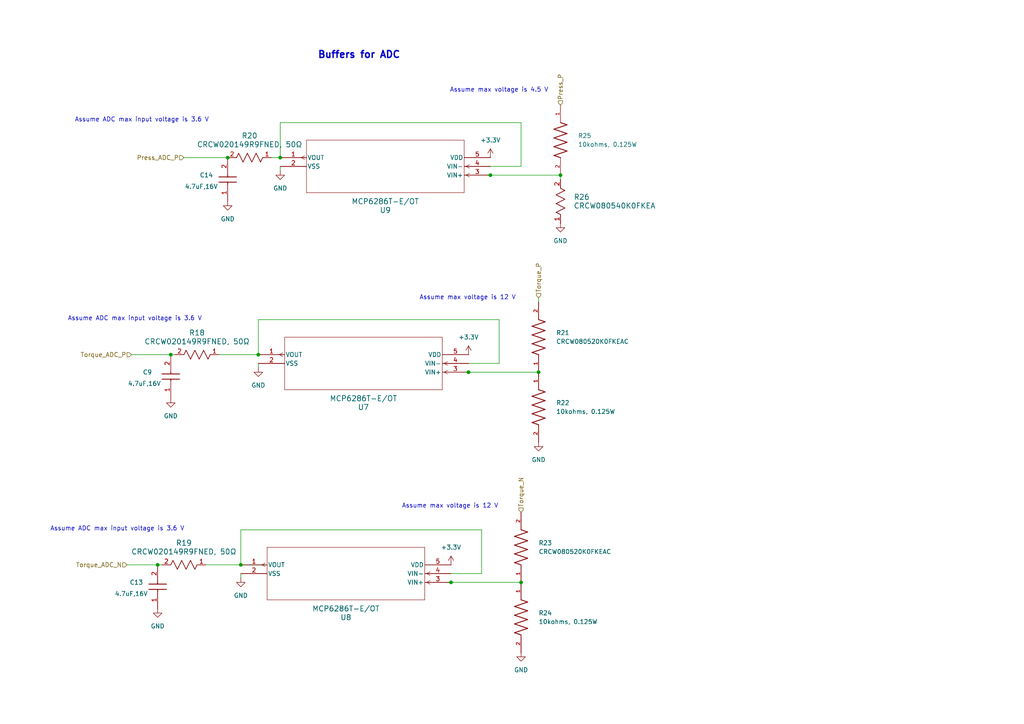
<source format=kicad_sch>
(kicad_sch (version 20231120) (generator "eeschema") (generator_version "8.0")
  (paper "A4")
  (lib_symbols
    (symbol "SMV_Custom:C0805C475K4RACTU" (pin_names hide)
      (property "Reference" "C" (at 5.334 4.572 0))
      (property "Value" "4.7uF,16V" (at 8.89 3.81 0))
      (symbol "C0805C475K4RACTU_1_1"
        (polyline (pts (xy 5.08 0) (xy 5.588 0)) (stroke (width 0.254)))
        (polyline (pts (xy 5.588 2.54) (xy 5.588 -2.54)) (stroke (width 0.254)))
        (polyline (pts (xy 7.112 0) (xy 7.62 0)) (stroke (width 0.254)))
        (polyline (pts (xy 7.112 2.54) (xy 7.112 -2.54)) (stroke (width 0.254)))
        (pin passive line (at 0 0 0) (length 5.08) (name "1") (number "1"))
        (pin passive line (at 12.7 0 180) (length 5.08) (name "2") (number "2"))
      )
    )
    (symbol "SMV_Custom:CRCW020149R9FNED" (pin_names (offset 0.254))
      (property "Reference" "R" (at 5.715 3.81 0))
      (property "Value" "CRCW020149R9FNED, 50Ω" (at 6.35 -3.81 0))
      (symbol "CRCW020149R9FNED_1_1"
        (polyline (pts (xy 2.54 0) (xy 3.175 1.27)) (stroke (width 0.2032)))
        (polyline (pts (xy 3.175 1.27) (xy 4.445 -1.27)) (stroke (width 0.2032)))
        (polyline (pts (xy 4.445 -1.27) (xy 5.715 1.27)) (stroke (width 0.2032)))
        (polyline (pts (xy 5.715 1.27) (xy 6.985 -1.27)) (stroke (width 0.2032)))
        (polyline (pts (xy 6.985 -1.27) (xy 8.255 1.27)) (stroke (width 0.2032)))
        (polyline (pts (xy 8.255 1.27) (xy 9.525 -1.27)) (stroke (width 0.2032)))
        (polyline (pts (xy 9.525 -1.27) (xy 10.16 0)) (stroke (width 0.2032)))
        (pin passive line (at 12.7 0 180) (length 2.54) (name "") (number "1"))
        (pin passive line (at 0 0 0) (length 2.54) (name "") (number "2"))
      )
      (symbol "CRCW020149R9FNED_1_2"
        (polyline (pts (xy -1.27 3.175) (xy 1.27 4.445)) (stroke (width 0.2032)))
        (polyline (pts (xy -1.27 5.715) (xy 1.27 6.985)) (stroke (width 0.2032)))
        (polyline (pts (xy -1.27 8.255) (xy 1.27 9.525)) (stroke (width 0.2032)))
        (polyline (pts (xy 0 2.54) (xy -1.27 3.175)) (stroke (width 0.2032)))
        (polyline (pts (xy 1.27 4.445) (xy -1.27 5.715)) (stroke (width 0.2032)))
        (polyline (pts (xy 1.27 6.985) (xy -1.27 8.255)) (stroke (width 0.2032)))
        (polyline (pts (xy 1.27 9.525) (xy 0 10.16)) (stroke (width 0.2032)))
        (pin unspecified line (at 0 12.7 270) (length 2.54) (name "") (number "1"))
        (pin unspecified line (at 0 0 90) (length 2.54) (name "") (number "2"))
      )
    )
    (symbol "SMV_Custom:CRCW080510K0FKEAC" (pin_names (offset 1.016))
      (property "Reference" "R" (at -0.508 3.81 0))
      (property "Value" "10kohms, 0.125W" (at -7.63 -5.0866 0))
      (symbol "CRCW080510K0FKEAC_0_0"
        (polyline (pts (xy -5.08 0) (xy -4.445 1.905)) (stroke (width 0.254)))
        (polyline (pts (xy -4.445 1.905) (xy -3.175 -1.905)) (stroke (width 0.254)))
        (polyline (pts (xy -3.175 -1.905) (xy -1.905 1.905)) (stroke (width 0.254)))
        (polyline (pts (xy -1.905 1.905) (xy -0.635 -1.905)) (stroke (width 0.254)))
        (polyline (pts (xy -0.635 -1.905) (xy 0.635 1.905)) (stroke (width 0.254)))
        (polyline (pts (xy 0.635 1.905) (xy 1.905 -1.905)) (stroke (width 0.254)))
        (polyline (pts (xy 1.905 -1.905) (xy 3.175 1.905)) (stroke (width 0.254)))
        (polyline (pts (xy 3.175 1.905) (xy 4.445 -1.905)) (stroke (width 0.254)))
        (polyline (pts (xy 4.445 -1.905) (xy 5.08 0)) (stroke (width 0.254)))
        (pin passive line (at -10.16 0 0) (length 5.08) (name "~") (number "1"))
        (pin passive line (at 10.16 0 180) (length 5.08) (name "~") (number "2"))
      )
    )
    (symbol "SMV_Custom:CRCW080520K0FKEAC" (pin_names (offset 1.016))
      (property "Reference" "R" (at -7.6244 2.5415 0))
      (property "Value" "CRCW080520K0FKEAC" (at -7.63 -5.0866 0))
      (symbol "CRCW080520K0FKEAC_0_0"
        (polyline (pts (xy -5.08 0) (xy -4.445 1.905)) (stroke (width 0.254)))
        (polyline (pts (xy -4.445 1.905) (xy -3.175 -1.905)) (stroke (width 0.254)))
        (polyline (pts (xy -3.175 -1.905) (xy -1.905 1.905)) (stroke (width 0.254)))
        (polyline (pts (xy -1.905 1.905) (xy -0.635 -1.905)) (stroke (width 0.254)))
        (polyline (pts (xy -0.635 -1.905) (xy 0.635 1.905)) (stroke (width 0.254)))
        (polyline (pts (xy 0.635 1.905) (xy 1.905 -1.905)) (stroke (width 0.254)))
        (polyline (pts (xy 1.905 -1.905) (xy 3.175 1.905)) (stroke (width 0.254)))
        (polyline (pts (xy 3.175 1.905) (xy 4.445 -1.905)) (stroke (width 0.254)))
        (polyline (pts (xy 4.445 -1.905) (xy 5.08 0)) (stroke (width 0.254)))
        (pin passive line (at -10.16 0 0) (length 5.08) (name "~") (number "1"))
        (pin passive line (at 10.16 0 180) (length 5.08) (name "~") (number "2"))
      )
    )
    (symbol "SMV_Custom:CRCW080540K0FKEA" (pin_names (offset 0.254))
      (property "Reference" "R" (at 5.715 3.81 0))
      (property "Value" "CRCW080540K0FKEA" (at 6.35 -3.81 0))
      (symbol "CRCW080540K0FKEA_0_1"
        (polyline (pts (xy 2.54 0) (xy 3.175 1.27)) (stroke (width 0.2032)))
        (polyline (pts (xy 3.175 1.27) (xy 4.445 -1.27)) (stroke (width 0.2032)))
        (polyline (pts (xy 4.445 -1.27) (xy 5.715 1.27)) (stroke (width 0.2032)))
        (polyline (pts (xy 5.715 1.27) (xy 6.985 -1.27)) (stroke (width 0.2032)))
        (polyline (pts (xy 6.985 -1.27) (xy 8.255 1.27)) (stroke (width 0.2032)))
        (polyline (pts (xy 8.255 1.27) (xy 9.525 -1.27)) (stroke (width 0.2032)))
        (polyline (pts (xy 9.525 -1.27) (xy 10.16 0)) (stroke (width 0.2032)))
        (pin unspecified line (at 0 0 0) (length 2.54) (name "") (number "1"))
        (pin unspecified line (at 12.7 0 180) (length 2.54) (name "") (number "2"))
      )
    )
    (symbol "SMV_Custom:MCP6286T-E_OT" (pin_names (offset 0.254))
      (property "Reference" "U" (at 30.48 10.16 0))
      (property "Value" "MCP6286T-E/OT" (at 30.48 7.62 0))
      (symbol "MCP6286T-E_OT_0_1"
        (polyline (pts (xy 7.0993 -0.5207) (xy 6.0579 0)) (stroke (width 0.127)))
        (polyline (pts (xy 7.0993 0.5207) (xy 6.0579 0)) (stroke (width 0.127)))
        (polyline (pts (xy 7.62 -10.16) (xy 53.34 -10.16)) (stroke (width 0.127)))
        (polyline (pts (xy 7.62 5.08) (xy 7.62 -10.16)) (stroke (width 0.127)))
        (polyline (pts (xy 53.34 -10.16) (xy 53.34 5.08)) (stroke (width 0.127)))
        (polyline (pts (xy 53.34 5.08) (xy 7.62 5.08)) (stroke (width 0.127)))
        (polyline (pts (xy 53.8607 -5.08) (xy 54.9021 -5.6007)) (stroke (width 0.127)))
        (polyline (pts (xy 53.8607 -5.08) (xy 54.9021 -4.5593)) (stroke (width 0.127)))
        (polyline (pts (xy 53.8607 -2.54) (xy 54.9021 -3.0607)) (stroke (width 0.127)))
        (polyline (pts (xy 53.8607 -2.54) (xy 54.9021 -2.0193)) (stroke (width 0.127)))
        (pin output line (at 0 0 0) (length 7.62) (name "VOUT") (number "1"))
        (pin power_in line (at 0 -2.54 0) (length 7.62) (name "VSS") (number "2"))
        (pin input line (at 60.96 -5.08 180) (length 7.62) (name "VIN+") (number "3"))
        (pin input line (at 60.96 -2.54 180) (length 7.62) (name "VIN-") (number "4"))
        (pin power_in line (at 60.96 0 180) (length 7.62) (name "VDD") (number "5"))
      )
    )
    (symbol "power:GND" (power) (pin_numbers hide) (pin_names (offset 0) hide)
      (property "Value" "GND" (at 0 -3.81 0))
      (symbol "GND_0_1"
        (polyline (pts (xy 0 0) (xy 0 -1.27) (xy 1.27 -1.27) (xy 0 -2.54) (xy -1.27 -1.27) (xy 0 -1.27)))
      )
      (symbol "GND_1_1"
        (pin power_in line (at 0 0 270) (length 0) (name "~") (number "1"))
      )
    )
    (symbol "power:VDD" (power) (pin_numbers hide) (pin_names (offset 0) hide)
      (property "Value" "VDD" (at 0 3.556 0))
      (symbol "VDD_0_1"
        (polyline (pts (xy -0.762 1.27) (xy 0 2.54)))
        (polyline (pts (xy 0 0) (xy 0 2.54)))
        (polyline (pts (xy 0 2.54) (xy 0.762 1.27)))
      )
      (symbol "VDD_1_1"
        (pin power_in line (at 0 0 90) (length 0) (name "~") (number "1"))
      )
    )
  )
  (junction (at 81.28 45.72))
  (junction (at 156.21 107.95))
  (junction (at 66.04 45.72))
  (junction (at 130.81 168.91))
  (junction (at 162.56 50.8))
  (junction (at 151.13 168.91))
  (junction (at 45.72 163.83))
  (junction (at 69.85 163.83))
  (junction (at 74.93 102.87))
  (junction (at 49.53 102.87))
  (junction (at 142.24 50.8))
  (junction (at 135.89 107.95))
  (wire (pts (xy 151.13 48.26) (xy 151.13 35.56)))
  (wire (pts (xy 156.21 86.36) (xy 156.21 87.63)))
  (wire (pts (xy 69.85 167.64) (xy 69.85 166.37)))
  (wire (pts (xy 135.89 105.41) (xy 144.78 105.41)))
  (wire (pts (xy 63.5 102.87) (xy 74.93 102.87)))
  (wire (pts (xy 134.62 107.95) (xy 135.89 107.95)))
  (wire (pts (xy 69.85 163.83) (xy 77.47 163.83)))
  (wire (pts (xy 151.13 35.56) (xy 81.28 35.56)))
  (wire (pts (xy 78.74 45.72) (xy 81.28 45.72)))
  (wire (pts (xy 74.93 92.71) (xy 74.93 102.87)))
  (wire (pts (xy 53.34 45.72) (xy 66.04 45.72)))
  (wire (pts (xy 38.1 102.87) (xy 49.53 102.87)))
  (wire (pts (xy 144.78 92.71) (xy 74.93 92.71)))
  (wire (pts (xy 140.97 50.8) (xy 142.24 50.8)))
  (wire (pts (xy 142.24 48.26) (xy 151.13 48.26)))
  (wire (pts (xy 129.54 168.91) (xy 130.81 168.91)))
  (wire (pts (xy 49.53 102.87) (xy 50.8 102.87)))
  (wire (pts (xy 135.89 107.95) (xy 156.21 107.95)))
  (wire (pts (xy 142.24 50.8) (xy 162.56 50.8)))
  (wire (pts (xy 69.85 153.67) (xy 69.85 163.83)))
  (wire (pts (xy 139.7 166.37) (xy 139.7 153.67)))
  (wire (pts (xy 59.69 163.83) (xy 69.85 163.83)))
  (wire (pts (xy 156.21 107.95) (xy 156.21 109.22)))
  (wire (pts (xy 36.83 163.83) (xy 45.72 163.83)))
  (wire (pts (xy 162.56 50.8) (xy 162.56 52.07)))
  (wire (pts (xy 144.78 105.41) (xy 144.78 92.71)))
  (wire (pts (xy 130.81 168.91) (xy 151.13 168.91)))
  (wire (pts (xy 74.93 106.68) (xy 74.93 105.41)))
  (wire (pts (xy 81.28 49.53) (xy 81.28 48.26)))
  (wire (pts (xy 139.7 153.67) (xy 69.85 153.67)))
  (wire (pts (xy 81.28 35.56) (xy 81.28 45.72)))
  (wire (pts (xy 45.72 163.83) (xy 46.99 163.83)))
  (wire (pts (xy 151.13 168.91) (xy 151.13 170.18)))
  (wire (pts (xy 130.81 166.37) (xy 139.7 166.37)))
  (text "Assume max voltage is 12 V\n" (at 135.636 86.36 0) (effects (font (size 1.27 1.27))))
  (text "Assume ADC max input voltage is 3.6 V\n" (at 39.116 92.456 0) (effects (font (size 1.27 1.27))))
  (text "Buffers for ADC" (at 104.14 16.002 0) (effects (font (size 2 2) (thickness 0.4) (bold yes))))
  (text "Assume max voltage is 12 V\n" (at 130.556 146.812 0) (effects (font (size 1.27 1.27))))
  (text "Assume max voltage is 4.5 V\n" (at 144.78 26.162 0) (effects (font (size 1.27 1.27))))
  (text "Assume ADC max input voltage is 3.6 V\n" (at 34.036 153.416 0) (effects (font (size 1.27 1.27))))
  (text "Assume ADC max input voltage is 3.6 V\n" (at 41.148 34.798 0) (effects (font (size 1.27 1.27))))
  (hierarchical_label "Press_ADC_P" (shape input) (at 53.34 45.72 180))
  (hierarchical_label "Torque_ADC_P" (shape input) (at 38.1 102.87 180))
  (hierarchical_label "Torque_P" (shape input) (at 156.21 86.36 90))
  (hierarchical_label "Torque_ADC_N" (shape input) (at 36.83 163.83 180))
  (hierarchical_label "Torque_N" (shape input) (at 151.13 148.59 90))
  (hierarchical_label "Press_P" (shape input) (at 162.56 30.48 90))
  (symbol (lib_id "power:VDD") (at 142.24 45.72 0) (unit 1)
    (property "Reference" "#PWR060" (effects (hide yes)))
    (property "Value" "+3.3V" (at 142.24 40.64 0))
    (property "Description" "Power symbol creates a global label with name \"VDD\"" (effects (hide yes)))
  )
  (symbol (lib_id "SMV_Custom:MCP6286T-E_OT") (at 74.93 102.87 0) (unit 1)
    (property "Reference" "U7" (at 105.41 118.11 0) (effects (font (size 1.524 1.524))))
    (property "Value" "MCP6286T-E/OT" (at 105.41 115.57 0) (effects (font (size 1.524 1.524))))
    (property "Footprint" "SMV_ICs:SOT-23-5_MC_MCH" (effects (hide yes)))
    (property "Datasheet" "MCP6286T-E/OT" (effects (hide yes)))
  )
  (symbol (lib_id "power:GND") (at 66.04 58.42 0) (unit 1)
    (property "Reference" "#PWR054" (effects (hide yes)))
    (property "Value" "GND" (at 66.04 63.5 0))
    (property "Description" "Power symbol creates a global label with name \"GND\" , ground" (effects (hide yes)))
  )
  (symbol (lib_id "SMV_Custom:C0805C475K4RACTU") (at 49.53 115.57 90) (unit 1)
    (property "Reference" "C9" (at 41.402 107.95 90) (effects (justify right)))
    (property "Value" "4.7uF,16V" (at 37.084 111.252 90) (effects (justify right)))
    (property "Footprint" "SMV_Passives:Cap0805" (effects (hide yes)))
    (property "Datasheet" "https://content.kemet.com/datasheets/KEM_C1002_X7R_SMD.pdf" (effects (hide yes)))
    (property "Description" "SMD Comm X7R, Ceramic, 4.7 uF, 10%, 16 VDC, 40 VDC, 125C, -55C, X7R, SMD, MLCC, Temperature Stable, Class II, 10 % , 21.3 MOhms, 21 mg, 0805, 2mm, 1.25mm, 1.25mm, 0.75mm, 0.5mm, 2500, 78  Weeks, 80" (effects (hide yes)))
    (property "Height" "1.1" (effects (hide yes)))
    (property "Manufacturer_Name" "KEMET" (effects (hide yes)))
    (property "Manufacturer_Part_Number" "C0805C475K4RACTU" (effects (hide yes)))
    (property "Mouser Part Number" "80-C0805C475K4R" (effects (hide yes)))
    (property "Mouser Price/Stock" "https://www.mouser.co.uk/ProductDetail/KEMET/C0805C475K4RACTU?qs=iP0bYSAMAFomlmlmK2IJkg%3D%3D" (effects (hide yes)))
    (property "Arrow Part Number" "C0805C475K4RACTU" (effects (hide yes)))
    (property "Arrow Price/Stock" "https://www.arrow.com/en/products/c0805c475k4ractu/kemet-corporation?region=nac" (effects (hide yes)))
  )
  (symbol (lib_id "SMV_Custom:CRCW080540K0FKEA") (at 162.56 64.77 90) (unit 1)
    (property "Reference" "R26" (at 166.37 57.1499 90) (effects (font (size 1.524 1.524)) (justify right)))
    (property "Value" "CRCW080540K0FKEA" (at 166.37 59.6899 90) (effects (font (size 1.524 1.524)) (justify right)))
    (property "Footprint" "SMV_Passives:0805RESC2012X60N" (effects (hide yes)))
    (property "Datasheet" "CRCW080540K0FKEA" (effects (hide yes)))
  )
  (symbol (lib_id "power:GND") (at 156.21 128.27 0) (unit 1)
    (property "Reference" "#PWR061" (effects (hide yes)))
    (property "Value" "GND" (at 156.21 133.35 0))
    (property "Description" "Power symbol creates a global label with name \"GND\" , ground" (effects (hide yes)))
  )
  (symbol (lib_id "power:GND") (at 69.85 167.64 0) (unit 1)
    (property "Reference" "#PWR056" (effects (hide yes)))
    (property "Value" "GND" (at 69.85 172.72 0))
    (property "Description" "Power symbol creates a global label with name \"GND\" , ground" (effects (hide yes)))
  )
  (symbol (lib_id "power:VDD") (at 135.89 102.87 0) (unit 1)
    (property "Reference" "#PWR058" (effects (hide yes)))
    (property "Value" "+3.3V" (at 135.89 97.79 0))
    (property "Description" "Power symbol creates a global label with name \"VDD\"" (effects (hide yes)))
  )
  (symbol (lib_id "power:VDD") (at 130.81 163.83 0) (unit 1)
    (property "Reference" "#PWR059" (effects (hide yes)))
    (property "Value" "+3.3V" (at 130.81 158.75 0))
    (property "Description" "Power symbol creates a global label with name \"VDD\"" (effects (hide yes)))
  )
  (symbol (lib_id "SMV_Custom:MCP6286T-E_OT") (at 69.85 163.83 0) (unit 1)
    (property "Reference" "U8" (at 100.33 179.07 0) (effects (font (size 1.524 1.524))))
    (property "Value" "MCP6286T-E/OT" (at 100.33 176.53 0) (effects (font (size 1.524 1.524))))
    (property "Footprint" "SMV_ICs:SOT-23-5_MC_MCH" (effects (hide yes)))
    (property "Datasheet" "MCP6286T-E/OT" (effects (hide yes)))
  )
  (symbol (lib_id "SMV_Custom:CRCW080510K0FKEAC") (at 156.21 118.11 270) (unit 1)
    (property "Reference" "R22" (at 161.29 116.8399 90) (effects (justify left)))
    (property "Value" "10kohms, 0.125W" (at 161.29 119.3799 90) (effects (justify left)))
    (property "Footprint" "SMV_Passives:0805RESC2012X60N" (effects (hide yes)))
    (property "MF" "Vishay Dale" (effects (hide yes)))
    (property "Description_1" "\n                        \n                            10 kOhms ±1% 0.125W, 1/8W Chip Resistor 0805 (2012 Metric) - Thick Film\n                        \n" (effects (hide yes)))
    (property "Package" "2012 Vishay" (effects (hide yes)))
    (property "Price" "None" (effects (hide yes)))
    (property "SnapEDA_Link" "https://www.snapeda.com/parts/CRCW080510K0FKEAC/Vishay+Dale/view-part/?ref=snap" (effects (hide yes)))
    (property "MP" "CRCW080510K0FKEAC" (effects (hide yes)))
    (property "Availability" "In Stock" (effects (hide yes)))
    (property "Check_prices" "https://www.snapeda.com/parts/CRCW080510K0FKEAC/Vishay+Dale/view-part/?ref=eda" (effects (hide yes)))
  )
  (symbol (lib_id "SMV_Custom:CRCW080520K0FKEAC") (at 151.13 158.75 90) (unit 1)
    (property "Reference" "R23" (at 156.21 157.4799 90) (effects (justify right)))
    (property "Value" "CRCW080520K0FKEAC" (at 156.21 160.0199 90) (effects (justify right)))
    (property "Footprint" "SMV_Passives:0805RESC2012X60N" (effects (hide yes)))
  )
  (symbol (lib_id "power:GND") (at 49.53 115.57 0) (unit 1)
    (property "Reference" "#PWR052" (effects (hide yes)))
    (property "Value" "GND" (at 49.53 120.65 0))
    (property "Description" "Power symbol creates a global label with name \"GND\" , ground" (effects (hide yes)))
  )
  (symbol (lib_id "power:GND") (at 45.72 176.53 0) (unit 1)
    (property "Reference" "#PWR053" (effects (hide yes)))
    (property "Value" "GND" (at 45.72 181.61 0))
    (property "Description" "Power symbol creates a global label with name \"GND\" , ground" (effects (hide yes)))
  )
  (symbol (lib_id "SMV_Custom:C0805C475K4RACTU") (at 45.72 176.53 90) (unit 1)
    (property "Reference" "C13" (at 37.592 168.91 90) (effects (justify right)))
    (property "Value" "4.7uF,16V" (at 33.274 172.212 90) (effects (justify right)))
    (property "Footprint" "SMV_Passives:Cap0805" (effects (hide yes)))
    (property "Datasheet" "https://content.kemet.com/datasheets/KEM_C1002_X7R_SMD.pdf" (effects (hide yes)))
    (property "Description" "SMD Comm X7R, Ceramic, 4.7 uF, 10%, 16 VDC, 40 VDC, 125C, -55C, X7R, SMD, MLCC, Temperature Stable, Class II, 10 % , 21.3 MOhms, 21 mg, 0805, 2mm, 1.25mm, 1.25mm, 0.75mm, 0.5mm, 2500, 78  Weeks, 80" (effects (hide yes)))
    (property "Height" "1.1" (effects (hide yes)))
    (property "Manufacturer_Name" "KEMET" (effects (hide yes)))
    (property "Manufacturer_Part_Number" "C0805C475K4RACTU" (effects (hide yes)))
    (property "Mouser Part Number" "80-C0805C475K4R" (effects (hide yes)))
    (property "Mouser Price/Stock" "https://www.mouser.co.uk/ProductDetail/KEMET/C0805C475K4RACTU?qs=iP0bYSAMAFomlmlmK2IJkg%3D%3D" (effects (hide yes)))
    (property "Arrow Part Number" "C0805C475K4RACTU" (effects (hide yes)))
    (property "Arrow Price/Stock" "https://www.arrow.com/en/products/c0805c475k4ractu/kemet-corporation?region=nac" (effects (hide yes)))
  )
  (symbol (lib_id "SMV_Custom:CRCW020149R9FNED") (at 50.8 102.87 0) (unit 1)
    (property "Reference" "R18" (at 57.15 96.52 0) (effects (font (size 1.524 1.524))))
    (property "Value" "CRCW020149R9FNED, 50Ω" (at 57.15 99.06 0) (effects (font (size 1.524 1.524))))
    (property "Footprint" "SMV_Passives:0805RESC2012X60N" (effects (hide yes)))
    (property "Datasheet" "CRCW020149R9FNED" (effects (hide yes)))
  )
  (symbol (lib_id "SMV_Custom:CRCW020149R9FNED") (at 46.99 163.83 0) (unit 1)
    (property "Reference" "R19" (at 53.34 157.48 0) (effects (font (size 1.524 1.524))))
    (property "Value" "CRCW020149R9FNED, 50Ω" (at 53.34 160.02 0) (effects (font (size 1.524 1.524))))
    (property "Footprint" "SMV_Passives:0805RESC2012X60N" (effects (hide yes)))
    (property "Datasheet" "CRCW020149R9FNED" (effects (hide yes)))
  )
  (symbol (lib_id "power:GND") (at 151.13 189.23 0) (unit 1)
    (property "Reference" "#PWR062" (effects (hide yes)))
    (property "Value" "GND" (at 151.13 194.31 0))
    (property "Description" "Power symbol creates a global label with name \"GND\" , ground" (effects (hide yes)))
  )
  (symbol (lib_id "SMV_Custom:CRCW020149R9FNED") (at 66.04 45.72 0) (unit 1)
    (property "Reference" "R20" (at 72.39 39.37 0) (effects (font (size 1.524 1.524))))
    (property "Value" "CRCW020149R9FNED, 50Ω" (at 72.39 41.91 0) (effects (font (size 1.524 1.524))))
    (property "Footprint" "SMV_Passives:0805RESC2012X60N" (effects (hide yes)))
    (property "Datasheet" "CRCW020149R9FNED" (effects (hide yes)))
  )
  (symbol (lib_id "power:GND") (at 162.56 64.77 0) (unit 1)
    (property "Reference" "#PWR063" (effects (hide yes)))
    (property "Value" "GND" (at 162.56 69.85 0))
    (property "Description" "Power symbol creates a global label with name \"GND\" , ground" (effects (hide yes)))
  )
  (symbol (lib_id "SMV_Custom:CRCW080510K0FKEAC") (at 162.56 40.64 270) (unit 1)
    (property "Reference" "R25" (at 167.64 39.3699 90) (effects (justify left)))
    (property "Value" "10kohms, 0.125W" (at 167.64 41.9099 90) (effects (justify left)))
    (property "Footprint" "SMV_Passives:0805RESC2012X60N" (effects (hide yes)))
    (property "MF" "Vishay Dale" (effects (hide yes)))
    (property "Description_1" "\n                        \n                            10 kOhms ±1% 0.125W, 1/8W Chip Resistor 0805 (2012 Metric) - Thick Film\n                        \n" (effects (hide yes)))
    (property "Package" "2012 Vishay" (effects (hide yes)))
    (property "Price" "None" (effects (hide yes)))
    (property "SnapEDA_Link" "https://www.snapeda.com/parts/CRCW080510K0FKEAC/Vishay+Dale/view-part/?ref=snap" (effects (hide yes)))
    (property "MP" "CRCW080510K0FKEAC" (effects (hide yes)))
    (property "Availability" "In Stock" (effects (hide yes)))
    (property "Check_prices" "https://www.snapeda.com/parts/CRCW080510K0FKEAC/Vishay+Dale/view-part/?ref=eda" (effects (hide yes)))
  )
  (symbol (lib_id "SMV_Custom:CRCW080510K0FKEAC") (at 151.13 179.07 270) (unit 1)
    (property "Reference" "R24" (at 156.21 177.7999 90) (effects (justify left)))
    (property "Value" "10kohms, 0.125W" (at 156.21 180.3399 90) (effects (justify left)))
    (property "Footprint" "SMV_Passives:0805RESC2012X60N" (effects (hide yes)))
    (property "MF" "Vishay Dale" (effects (hide yes)))
    (property "Description_1" "\n                        \n                            10 kOhms ±1% 0.125W, 1/8W Chip Resistor 0805 (2012 Metric) - Thick Film\n                        \n" (effects (hide yes)))
    (property "Package" "2012 Vishay" (effects (hide yes)))
    (property "Price" "None" (effects (hide yes)))
    (property "SnapEDA_Link" "https://www.snapeda.com/parts/CRCW080510K0FKEAC/Vishay+Dale/view-part/?ref=snap" (effects (hide yes)))
    (property "MP" "CRCW080510K0FKEAC" (effects (hide yes)))
    (property "Availability" "In Stock" (effects (hide yes)))
    (property "Check_prices" "https://www.snapeda.com/parts/CRCW080510K0FKEAC/Vishay+Dale/view-part/?ref=eda" (effects (hide yes)))
  )
  (symbol (lib_id "SMV_Custom:MCP6286T-E_OT") (at 81.28 45.72 0) (unit 1)
    (property "Reference" "U9" (at 111.76 60.96 0) (effects (font (size 1.524 1.524))))
    (property "Value" "MCP6286T-E/OT" (at 111.76 58.42 0) (effects (font (size 1.524 1.524))))
    (property "Footprint" "SMV_ICs:SOT-23-5_MC_MCH" (effects (hide yes)))
    (property "Datasheet" "MCP6286T-E/OT" (effects (hide yes)))
  )
  (symbol (lib_id "power:GND") (at 74.93 106.68 0) (unit 1)
    (property "Reference" "#PWR055" (effects (hide yes)))
    (property "Value" "GND" (at 74.93 111.76 0))
    (property "Description" "Power symbol creates a global label with name \"GND\" , ground" (effects (hide yes)))
  )
  (symbol (lib_id "SMV_Custom:CRCW080520K0FKEAC") (at 156.21 97.79 90) (unit 1)
    (property "Reference" "R21" (at 161.29 96.5199 90) (effects (justify right)))
    (property "Value" "CRCW080520K0FKEAC" (at 161.29 99.0599 90) (effects (justify right)))
    (property "Footprint" "SMV_Passives:0805RESC2012X60N" (effects (hide yes)))
  )
  (symbol (lib_id "power:GND") (at 81.28 49.53 0) (unit 1)
    (property "Reference" "#PWR057" (effects (hide yes)))
    (property "Value" "GND" (at 81.28 54.61 0))
    (property "Description" "Power symbol creates a global label with name \"GND\" , ground" (effects (hide yes)))
  )
  (symbol (lib_id "SMV_Custom:C0805C475K4RACTU") (at 66.04 58.42 90) (unit 1)
    (property "Reference" "C14" (at 57.912 50.8 90) (effects (justify right)))
    (property "Value" "4.7uF,16V" (at 53.594 54.102 90) (effects (justify right)))
    (property "Footprint" "SMV_Passives:Cap0805" (effects (hide yes)))
    (property "Datasheet" "https://content.kemet.com/datasheets/KEM_C1002_X7R_SMD.pdf" (effects (hide yes)))
    (property "Description" "SMD Comm X7R, Ceramic, 4.7 uF, 10%, 16 VDC, 40 VDC, 125C, -55C, X7R, SMD, MLCC, Temperature Stable, Class II, 10 % , 21.3 MOhms, 21 mg, 0805, 2mm, 1.25mm, 1.25mm, 0.75mm, 0.5mm, 2500, 78  Weeks, 80" (effects (hide yes)))
    (property "Height" "1.1" (effects (hide yes)))
    (property "Manufacturer_Name" "KEMET" (effects (hide yes)))
    (property "Manufacturer_Part_Number" "C0805C475K4RACTU" (effects (hide yes)))
    (property "Mouser Part Number" "80-C0805C475K4R" (effects (hide yes)))
    (property "Mouser Price/Stock" "https://www.mouser.co.uk/ProductDetail/KEMET/C0805C475K4RACTU?qs=iP0bYSAMAFomlmlmK2IJkg%3D%3D" (effects (hide yes)))
    (property "Arrow Part Number" "C0805C475K4RACTU" (effects (hide yes)))
    (property "Arrow Price/Stock" "https://www.arrow.com/en/products/c0805c475k4ractu/kemet-corporation?region=nac" (effects (hide yes)))
  )
)
</source>
